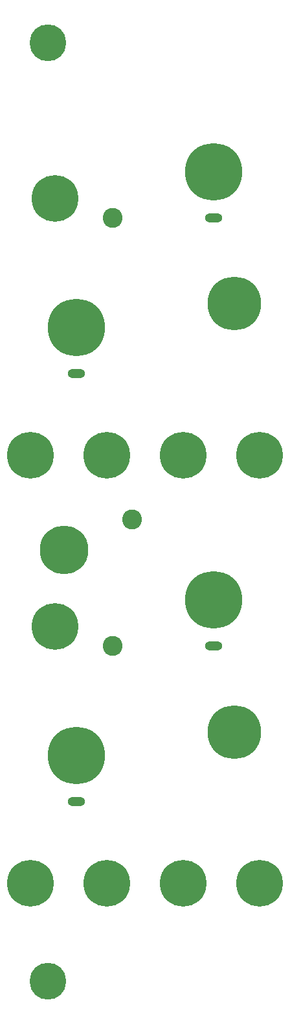
<source format=gbr>
G04 #@! TF.GenerationSoftware,KiCad,Pcbnew,(5.1.10)-1*
G04 #@! TF.CreationDate,2021-09-20T04:35:36-07:00*
G04 #@! TF.ProjectId,paradox_panel,70617261-646f-4785-9f70-616e656c2e6b,rev?*
G04 #@! TF.SameCoordinates,Original*
G04 #@! TF.FileFunction,Soldermask,Bot*
G04 #@! TF.FilePolarity,Negative*
%FSLAX46Y46*%
G04 Gerber Fmt 4.6, Leading zero omitted, Abs format (unit mm)*
G04 Created by KiCad (PCBNEW (5.1.10)-1) date 2021-09-20 04:35:36*
%MOMM*%
%LPD*%
G01*
G04 APERTURE LIST*
%ADD10C,4.800000*%
%ADD11C,6.350000*%
%ADD12C,2.600000*%
%ADD13C,6.100000*%
%ADD14C,7.000000*%
%ADD15C,7.500000*%
%ADD16O,2.300000X1.200000*%
G04 APERTURE END LIST*
D10*
X6350000Y-6250000D03*
X6350000Y116250000D03*
D11*
X8399000Y50019000D03*
D12*
X14750000Y37500000D03*
X14750000Y93419000D03*
X17299001Y54005000D03*
D13*
X34000000Y6500000D03*
X24000000Y6500000D03*
X14000000Y6500000D03*
X4000000Y6500000D03*
X7214000Y40064000D03*
X34000000Y62419000D03*
X24000000Y62419000D03*
X14000000Y62419000D03*
X4000000Y62419000D03*
X7214000Y95983000D03*
D14*
X30705000Y26280000D03*
X30705000Y82199000D03*
D15*
X10000000Y23191000D03*
D16*
X10000000Y17191000D03*
X28000000Y37528000D03*
D15*
X28000000Y43528000D03*
X10000000Y79109000D03*
D16*
X10000000Y73109000D03*
X28000000Y93447000D03*
D15*
X28000000Y99447000D03*
M02*

</source>
